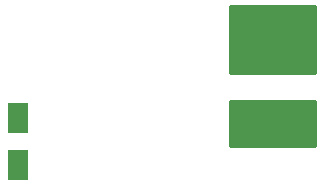
<source format=gbr>
%TF.GenerationSoftware,KiCad,Pcbnew,(6.0.0)*%
%TF.CreationDate,2022-03-21T15:13:20+09:00*%
%TF.ProjectId,MotorDriver base unit,4d6f746f-7244-4726-9976-657220626173,rev?*%
%TF.SameCoordinates,Original*%
%TF.FileFunction,Paste,Bot*%
%TF.FilePolarity,Positive*%
%FSLAX46Y46*%
G04 Gerber Fmt 4.6, Leading zero omitted, Abs format (unit mm)*
G04 Created by KiCad (PCBNEW (6.0.0)) date 2022-03-21 15:13:20*
%MOMM*%
%LPD*%
G01*
G04 APERTURE LIST*
G04 Aperture macros list*
%AMRoundRect*
0 Rectangle with rounded corners*
0 $1 Rounding radius*
0 $2 $3 $4 $5 $6 $7 $8 $9 X,Y pos of 4 corners*
0 Add a 4 corners polygon primitive as box body*
4,1,4,$2,$3,$4,$5,$6,$7,$8,$9,$2,$3,0*
0 Add four circle primitives for the rounded corners*
1,1,$1+$1,$2,$3*
1,1,$1+$1,$4,$5*
1,1,$1+$1,$6,$7*
1,1,$1+$1,$8,$9*
0 Add four rect primitives between the rounded corners*
20,1,$1+$1,$2,$3,$4,$5,0*
20,1,$1+$1,$4,$5,$6,$7,0*
20,1,$1+$1,$6,$7,$8,$9,0*
20,1,$1+$1,$8,$9,$2,$3,0*%
G04 Aperture macros list end*
%ADD10RoundRect,0.100000X-3.600000X-1.900000X3.600000X-1.900000X3.600000X1.900000X-3.600000X1.900000X0*%
%ADD11RoundRect,0.102000X-3.598000X2.898000X-3.598000X-2.898000X3.598000X-2.898000X3.598000X2.898000X0*%
%ADD12R,1.800000X2.500000*%
G04 APERTURE END LIST*
D10*
%TO.C,J7*%
X175260000Y-92492000D03*
D11*
X175260000Y-85392000D03*
%TD*%
D12*
%TO.C,D71*%
X153670000Y-95980000D03*
X153670000Y-91980000D03*
%TD*%
M02*

</source>
